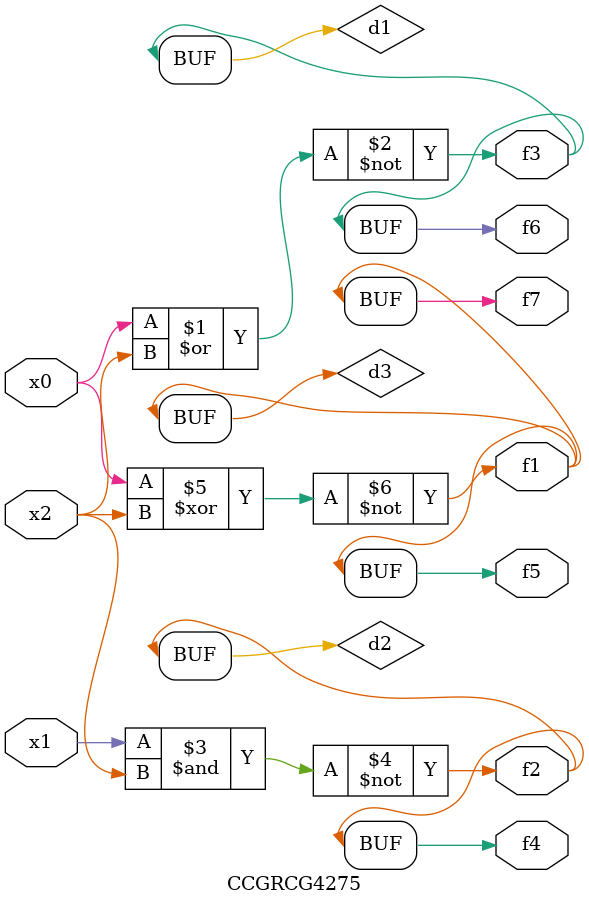
<source format=v>
module CCGRCG4275(
	input x0, x1, x2,
	output f1, f2, f3, f4, f5, f6, f7
);

	wire d1, d2, d3;

	nor (d1, x0, x2);
	nand (d2, x1, x2);
	xnor (d3, x0, x2);
	assign f1 = d3;
	assign f2 = d2;
	assign f3 = d1;
	assign f4 = d2;
	assign f5 = d3;
	assign f6 = d1;
	assign f7 = d3;
endmodule

</source>
